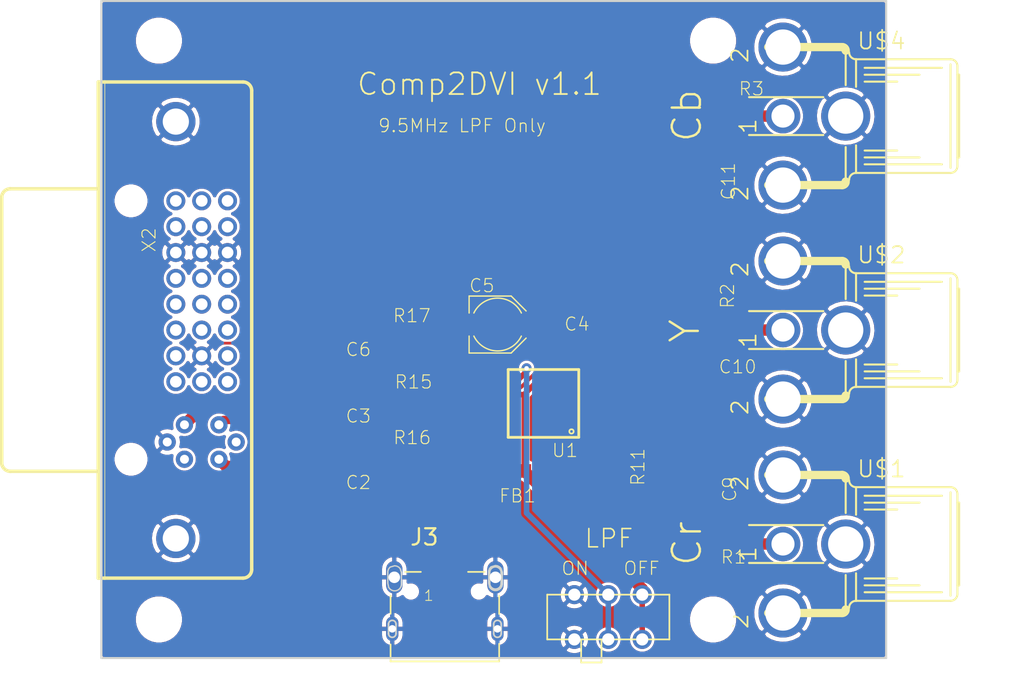
<source format=kicad_pcb>
(kicad_pcb (version 20171130) (host pcbnew "(5.1.0)-1")
  (layers (0 Top signal) (31 Bottom signal) (34 B.Paste user) (35 F.Paste user) (36 B.SilkS user) (37 F.SilkS user) (38 B.Mask user) (39 F.Mask user) (44 Edge.Cuts user))
  (net 0 "")
  (net 1 +5V)
  (net 2 GND)
  (net 3 AGND)
  (net 4 DVI_5V)
  (net 5 "Net-(X2-PadC4)")
  (net 6 /DVI_OUT_B)
  (net 7 /DVI_OUT_G)
  (net 8 /DVI_OUT_R)
  (net 9 "Net-(X2-Pad24)")
  (net 10 "Net-(X2-Pad23)")
  (net 11 "Net-(X2-Pad22)")
  (net 12 "Net-(X2-Pad21)")
  (net 13 "Net-(X2-Pad20)")
  (net 14 "Net-(X2-Pad18)")
  (net 15 "Net-(X2-Pad17)")
  (net 16 "Net-(X2-Pad16)")
  (net 17 "Net-(X2-Pad13)")
  (net 18 "Net-(X2-Pad12)")
  (net 19 "Net-(X2-Pad10)")
  (net 20 "Net-(X2-Pad9)")
  (net 21 "Net-(X2-Pad8)")
  (net 22 "Net-(X2-Pad7)")
  (net 23 "Net-(X2-Pad6)")
  (net 24 "Net-(X2-Pad5)")
  (net 25 "Net-(X2-Pad4)")
  (net 26 "Net-(X2-Pad2)")
  (net 27 "Net-(X2-Pad1)")
  (net 28 /THS_5V)
  (net 29 "Net-(U1-Pad14)")
  (net 30 "Net-(R16-Pad2)")
  (net 31 "Net-(R15-Pad2)")
  (net 32 "Net-(R17-Pad2)")
  (net 33 /THS_FILTER)
  (net 34 "Net-(U1-Pad8)")
  (net 35 "Net-(U1-Pad7)")
  (net 36 /THS_IN_B)
  (net 37 /THS_IN_R)
  (net 38 /THS_IN_G)
  (net 39 "Net-(R11-Pad1)")
  (net 40 "Net-(C3-Pad+)")
  (net 41 "Net-(C2-Pad+)")
  (net 42 "Net-(C6-Pad+)")
  (net 43 /SCART_IN_R)
  (net 44 /SCART_IN_G)
  (net 45 /SCART_IN_B)
  (net 46 "Net-(J3-Pad4)")
  (net 47 "Net-(J3-Pad3)")
  (net 48 "Net-(J3-Pad2)")
  (module "" (layer Top) (at 123.8341 126.3777)
    (fp_text reference @HOLE0 hide)
    (fp_text value "" (at 0 0) (layer F.SilkS) (effects (font (size 1.27 1.27))))
    (pad "" np_thru_hole circle (at 0 0) (size 3 3) (drill 3) (layers *.Cu *.Mask))
  )
  (module "" (layer Top) (at 164.6591 83.7057)
    (fp_text reference @HOLE1 hide)
    (fp_text value "" (at 0 0) (layer F.SilkS) (effects (font (size 1.27 1.27))))
    (pad "" np_thru_hole circle (at 0 0) (size 3 3) (drill 3) (layers *.Cu *.Mask))
  )
  (module "" (layer Top) (at 123.8341 83.7057)
    (fp_text reference @HOLE2 hide)
    (fp_text value "" (at 0 0) (layer F.SilkS) (effects (font (size 1.27 1.27))))
    (pad "" np_thru_hole circle (at 0 0) (size 3 3) (drill 3) (layers *.Cu *.Mask))
  )
  (module "" (layer Top) (at 164.6591 126.3777)
    (fp_text reference @HOLE3 hide)
    (fp_text value "" (at 0 0) (layer F.SilkS) (effects (font (size 1.27 1.27))))
    (pad "" np_thru_hole circle (at 0 0) (size 3 3) (drill 3) (layers *.Cu *.Mask))
  )
  (module "Component to DVI-A Compact:DVI-I-R" (layer Top) (at 121.9037 105.0417 270)
    (fp_text reference X2 (at -7.62 -0.635 90) (layer F.SilkS) (effects (font (size 0.9652 0.9652) (thickness 0.077216)) (justify right top)))
    (fp_text value DVI-I-R)
    (fp_arc (start 9.779 9.017) (end 9.779 9.652) (angle -90) (layer F.SilkS) (width 0.254))
    (fp_arc (start -9.779 9.017) (end -10.414 9.017) (angle -90) (layer F.SilkS) (width 0.254))
    (fp_line (start 10.414 9.017) (end 10.414 2.667) (layer F.SilkS) (width 0.254))
    (fp_line (start -9.779 9.652) (end 9.779 9.652) (layer F.SilkS) (width 0.254))
    (fp_line (start -10.414 2.667) (end -10.414 9.017) (layer F.SilkS) (width 0.254))
    (fp_line (start 17.653 -8.763) (end -17.653 -8.763) (layer F.SilkS) (width 0.254))
    (fp_arc (start 17.653 -8.128) (end 17.653 -8.763) (angle 90) (layer F.SilkS) (width 0.254))
    (fp_line (start 18.288 2.0574) (end 18.288 -8.128) (layer F.SilkS) (width 0.254))
    (fp_line (start 18.288 2.54) (end 18.288 2.0574) (layer F.SilkS) (width 0.254))
    (fp_line (start -18.288 2.54) (end 18.288 2.54) (layer F.SilkS) (width 0.254))
    (fp_line (start -18.288 2.0574) (end -18.288 2.54) (layer F.SilkS) (width 0.254))
    (fp_line (start -18.288 -8.128) (end -18.288 2.0574) (layer F.SilkS) (width 0.254))
    (fp_arc (start -17.653 -8.128) (end -18.288 -8.128) (angle 90) (layer F.SilkS) (width 0.254))
    (fp_line (start -18.288 2.0574) (end 18.288 2.0574) (layer F.SilkS) (width 0.0508))
    (pad GND@2 thru_hole circle (at 15.367 -3.175 270) (size 2.8956 2.8956) (drill 1.9304) (layers *.Cu *.Mask) (net 2 GND))
    (pad GND@1 thru_hole circle (at -15.367 -3.175 270) (size 2.8956 2.8956) (drill 1.9304) (layers *.Cu *.Mask) (net 2 GND))
    (pad "" np_thru_hole circle (at 9.525 0.127 270) (size 2.032 2.032) (drill 2.032) (layers *.Cu *.Mask))
    (pad "" np_thru_hole circle (at -9.525 0.127 270) (size 2.032 2.032) (drill 2.032) (layers *.Cu *.Mask))
    (pad C6 thru_hole circle (at 8.255 -7.62 270) (size 1.27 1.27) (drill 0.6604) (layers *.Cu *.Mask) (net 3 AGND))
    (pad C5 thru_hole circle (at 8.255 -2.54 270) (size 1.27 1.27) (drill 0.6604) (layers *.Cu *.Mask) (net 2 GND))
    (pad C4 thru_hole circle (at 9.525 -3.81 270) (size 1.27 1.27) (drill 0.6604) (layers *.Cu *.Mask) (net 5 "Net-(X2-PadC4)"))
    (pad C3 thru_hole circle (at 6.985 -3.81 270) (size 1.27 1.27) (drill 0.6604) (layers *.Cu *.Mask) (net 6 /DVI_OUT_B))
    (pad C2 thru_hole circle (at 9.525 -6.35 270) (size 1.27 1.27) (drill 0.6604) (layers *.Cu *.Mask) (net 7 /DVI_OUT_G))
    (pad C1 thru_hole circle (at 6.985 -6.35 270) (size 1.27 1.27) (drill 0.6604) (layers *.Cu *.Mask) (net 8 /DVI_OUT_R))
    (pad 24 thru_hole circle (at 3.81 -3.175 270) (size 1.397 1.397) (drill 0.8636) (layers *.Cu *.Mask) (net 9 "Net-(X2-Pad24)"))
    (pad 23 thru_hole circle (at 1.905 -3.175 270) (size 1.397 1.397) (drill 0.8636) (layers *.Cu *.Mask) (net 10 "Net-(X2-Pad23)"))
    (pad 22 thru_hole circle (at 0 -3.175 270) (size 1.397 1.397) (drill 0.8636) (layers *.Cu *.Mask) (net 11 "Net-(X2-Pad22)"))
    (pad 21 thru_hole circle (at -1.905 -3.175 270) (size 1.397 1.397) (drill 0.8636) (layers *.Cu *.Mask) (net 12 "Net-(X2-Pad21)"))
    (pad 20 thru_hole circle (at -3.81 -3.175 270) (size 1.397 1.397) (drill 0.8636) (layers *.Cu *.Mask) (net 13 "Net-(X2-Pad20)"))
    (pad 19 thru_hole circle (at -5.715 -3.175 270) (size 1.397 1.397) (drill 0.8636) (layers *.Cu *.Mask) (net 2 GND))
    (pad 18 thru_hole circle (at -7.62 -3.175 270) (size 1.397 1.397) (drill 0.8636) (layers *.Cu *.Mask) (net 14 "Net-(X2-Pad18)"))
    (pad 17 thru_hole circle (at -9.525 -3.175 270) (size 1.397 1.397) (drill 0.8636) (layers *.Cu *.Mask) (net 15 "Net-(X2-Pad17)"))
    (pad 16 thru_hole circle (at 3.81 -5.08 270) (size 1.397 1.397) (drill 0.8636) (layers *.Cu *.Mask) (net 16 "Net-(X2-Pad16)"))
    (pad 15 thru_hole circle (at 1.905 -5.08 270) (size 1.397 1.397) (drill 0.8636) (layers *.Cu *.Mask) (net 2 GND))
    (pad 14 thru_hole circle (at 0 -5.08 270) (size 1.397 1.397) (drill 0.8636) (layers *.Cu *.Mask) (net 4 DVI_5V))
    (pad 13 thru_hole circle (at -1.905 -5.08 270) (size 1.397 1.397) (drill 0.8636) (layers *.Cu *.Mask) (net 17 "Net-(X2-Pad13)"))
    (pad 12 thru_hole circle (at -3.81 -5.08 270) (size 1.397 1.397) (drill 0.8636) (layers *.Cu *.Mask) (net 18 "Net-(X2-Pad12)"))
    (pad 11 thru_hole circle (at -5.715 -5.08 270) (size 1.397 1.397) (drill 0.8636) (layers *.Cu *.Mask) (net 2 GND))
    (pad 10 thru_hole circle (at -7.62 -5.08 270) (size 1.397 1.397) (drill 0.8636) (layers *.Cu *.Mask) (net 19 "Net-(X2-Pad10)"))
    (pad 9 thru_hole circle (at -9.525 -5.08 270) (size 1.397 1.397) (drill 0.8636) (layers *.Cu *.Mask) (net 20 "Net-(X2-Pad9)"))
    (pad 8 thru_hole circle (at 3.81 -6.985 270) (size 1.397 1.397) (drill 0.8636) (layers *.Cu *.Mask) (net 21 "Net-(X2-Pad8)"))
    (pad 7 thru_hole circle (at 1.905 -6.985 270) (size 1.397 1.397) (drill 0.8636) (layers *.Cu *.Mask) (net 22 "Net-(X2-Pad7)"))
    (pad 6 thru_hole circle (at 0 -6.985 270) (size 1.397 1.397) (drill 0.8636) (layers *.Cu *.Mask) (net 23 "Net-(X2-Pad6)"))
    (pad 5 thru_hole circle (at -1.905 -6.985 270) (size 1.397 1.397) (drill 0.8636) (layers *.Cu *.Mask) (net 24 "Net-(X2-Pad5)"))
    (pad 4 thru_hole circle (at -3.81 -6.985 270) (size 1.397 1.397) (drill 0.8636) (layers *.Cu *.Mask) (net 25 "Net-(X2-Pad4)"))
    (pad 3 thru_hole circle (at -5.715 -6.985 270) (size 1.397 1.397) (drill 0.8636) (layers *.Cu *.Mask) (net 2 GND))
    (pad 2 thru_hole circle (at -7.62 -6.985 270) (size 1.397 1.397) (drill 0.8636) (layers *.Cu *.Mask) (net 26 "Net-(X2-Pad2)"))
    (pad 1 thru_hole circle (at -9.525 -6.985 270) (size 1.397 1.397) (drill 0.8636) (layers *.Cu *.Mask) (net 27 "Net-(X2-Pad1)"))
  )
  (module "Component to DVI-A Compact:L2012C" (layer Top) (at 149.7493 115.4303 180)
    (fp_text reference FB1 (at -1.905 -1.27) (layer F.SilkS) (effects (font (size 0.9652 0.9652) (thickness 0.077216)) (justify right top)))
    (fp_text value FB_330R)
    (pad 2 smd rect (at 1 0 180) (size 1 1) (layers Top F.Paste F.Mask) (net 1 +5V))
    (pad 1 smd rect (at -1 0 180) (size 1 1) (layers Top F.Paste F.Mask) (net 28 /THS_5V))
  )
  (module "Component to DVI-A Compact:SO14W" (layer Top) (at 152.1623 110.4519 90)
    (fp_text reference U1 (at -2.906 2.5999) (layer F.SilkS) (effects (font (size 0.9652 0.9652) (thickness 0.077216)) (justify right top)))
    (fp_text value THS7374)
    (fp_line (start -2.5 2.6) (end -2.5 -2.6) (layer F.SilkS) (width 0.2032))
    (fp_circle (center -2.06375 2.06375) (end -1.905 2.06375) (layer F.SilkS) (width 0.127))
    (fp_line (start 2.5 -2.6) (end -2.5 -2.6) (layer F.SilkS) (width 0.2032))
    (fp_line (start 2.5 2.6) (end 2.5 -2.6) (layer F.SilkS) (width 0.2032))
    (fp_line (start -2.5 2.6) (end 2.5 2.6) (layer F.SilkS) (width 0.2032))
    (pad 14 smd rect (at -1.95 -3.625 90) (size 0.4 1.5) (layers Top F.Paste F.Mask) (net 29 "Net-(U1-Pad14)"))
    (pad 13 smd rect (at -1.3 -3.625 90) (size 0.4 1.5) (layers Top F.Paste F.Mask) (net 30 "Net-(R16-Pad2)"))
    (pad 12 smd rect (at -0.65 -3.625 90) (size 0.4 1.5) (layers Top F.Paste F.Mask) (net 31 "Net-(R15-Pad2)"))
    (pad 11 smd rect (at 0 -3.625 90) (size 0.4 1.5) (layers Top F.Paste F.Mask) (net 32 "Net-(R17-Pad2)"))
    (pad 10 smd rect (at 0.65 -3.625 90) (size 0.4 1.5) (layers Top F.Paste F.Mask) (net 28 /THS_5V))
    (pad 9 smd rect (at 1.3 -3.625 90) (size 0.4 1.5) (layers Top F.Paste F.Mask) (net 33 /THS_FILTER))
    (pad 8 smd rect (at 1.95 -3.625 90) (size 0.4 1.5) (layers Top F.Paste F.Mask) (net 34 "Net-(U1-Pad8)"))
    (pad 7 smd rect (at 1.95 3.625 90) (size 0.4 1.5) (layers Top F.Paste F.Mask) (net 35 "Net-(U1-Pad7)"))
    (pad 6 smd rect (at 1.3 3.625 90) (size 0.4 1.5) (layers Top F.Paste F.Mask) (net 2 GND))
    (pad 5 smd rect (at 0.65 3.625 90) (size 0.4 1.5) (layers Top F.Paste F.Mask) (net 2 GND))
    (pad 4 smd rect (at 0 3.625 90) (size 0.4 1.5) (layers Top F.Paste F.Mask) (net 36 /THS_IN_B))
    (pad 3 smd rect (at -0.65 3.625 90) (size 0.4 1.5) (layers Top F.Paste F.Mask) (net 37 /THS_IN_R))
    (pad 2 smd rect (at -1.3 3.625 90) (size 0.4 1.5) (layers Top F.Paste F.Mask) (net 38 /THS_IN_G))
    (pad 1 smd rect (at -1.95 3.625 90) (size 0.4 1.5) (layers Top F.Paste F.Mask) (net 39 "Net-(R11-Pad1)"))
  )
  (module "Component to DVI-A Compact:R0603" (layer Top) (at 141.7737 110.0709)
    (fp_text reference R15 (at -0.635 -0.635) (layer F.SilkS) (effects (font (size 0.9652 0.9652) (thickness 0.077216)) (justify left bottom)))
    (fp_text value 75R)
    (pad 2 smd rect (at 0.85 0) (size 1 1.1) (layers Top F.Paste F.Mask) (net 31 "Net-(R15-Pad2)"))
    (pad 1 smd rect (at -0.85 0) (size 1 1.1) (layers Top F.Paste F.Mask) (net 40 "Net-(C3-Pad+)"))
  )
  (module "Component to DVI-A Compact:R0603" (layer Top) (at 141.6737 114.1745)
    (fp_text reference R16 (at -0.635 -0.635) (layer F.SilkS) (effects (font (size 0.9652 0.9652) (thickness 0.077216)) (justify left bottom)))
    (fp_text value 75R)
    (pad 2 smd rect (at 0.85 0) (size 1 1.1) (layers Top F.Paste F.Mask) (net 30 "Net-(R16-Pad2)"))
    (pad 1 smd rect (at -0.85 0) (size 1 1.1) (layers Top F.Paste F.Mask) (net 41 "Net-(C2-Pad+)"))
  )
  (module "Component to DVI-A Compact:R0603" (layer Top) (at 141.6499 105.1863)
    (fp_text reference R17 (at -0.635 -0.635) (layer F.SilkS) (effects (font (size 0.9652 0.9652) (thickness 0.077216)) (justify left bottom)))
    (fp_text value 75R)
    (pad 2 smd rect (at 0.85 0) (size 1 1.1) (layers Top F.Paste F.Mask) (net 32 "Net-(R17-Pad2)"))
    (pad 1 smd rect (at -0.85 0) (size 1 1.1) (layers Top F.Paste F.Mask) (net 42 "Net-(C6-Pad+)"))
  )
  (module "Component to DVI-A Compact:C0603" (layer Top) (at 154.2705 105.8037)
    (fp_text reference C4 (at -0.635 -0.635) (layer F.SilkS) (effects (font (size 0.9652 0.9652) (thickness 0.077216)) (justify left bottom)))
    (fp_text value 100nF)
    (pad 2 smd rect (at 0.85 0) (size 1.1 1) (layers Top F.Paste F.Mask) (net 2 GND))
    (pad 1 smd rect (at -0.85 0) (size 1.1 1) (layers Top F.Paste F.Mask) (net 28 /THS_5V))
  )
  (module "Component to DVI-A Compact:PANASONIC_B" (layer Top) (at 148.7841 104.6353)
    (fp_text reference C5 (at -2.15 -2.3) (layer F.SilkS) (effects (font (size 0.9652 0.9652) (thickness 0.077216)) (justify left bottom)))
    (fp_text value "100uF 6.3V")
    (fp_line (start -2.1 2.1) (end -2.1 0.85) (layer F.SilkS) (width 0.1016))
    (fp_line (start 1 2.1) (end -2.1 2.1) (layer F.SilkS) (width 0.1016))
    (fp_line (start 2.1 1) (end 1 2.1) (layer F.SilkS) (width 0.1016))
    (fp_line (start 1 -2.1) (end 2.1 -1) (layer F.SilkS) (width 0.1016))
    (fp_line (start -2.1 -2.1) (end 1 -2.1) (layer F.SilkS) (width 0.1016))
    (fp_line (start -2.1 -0.85) (end -2.1 -2.1) (layer F.SilkS) (width 0.1016))
    (fp_arc (start 0 0) (end -1.75 0.85) (angle -128.186984) (layer F.SilkS) (width 0.1016))
    (fp_arc (start 0 0) (end -1.75 -0.85) (angle 128.186984) (layer F.SilkS) (width 0.1016))
    (pad + smd rect (at 1.6 0) (size 2.2 1.4) (layers Top F.Paste F.Mask) (net 28 /THS_5V))
    (pad - smd rect (at -1.6 0) (size 2.2 1.4) (layers Top F.Paste F.Mask) (net 2 GND))
  )
  (module "Component to DVI-A Compact:R0603" (layer Top) (at 165.8021 121.7041 90)
    (fp_text reference R1 (at -0.635 -0.635) (layer F.SilkS) (effects (font (size 0.9652 0.9652) (thickness 0.077216)) (justify left bottom)))
    (fp_text value 75R)
    (pad 2 smd rect (at 0.85 0 90) (size 1 1.1) (layers Top F.Paste F.Mask) (net 43 /SCART_IN_R))
    (pad 1 smd rect (at -0.85 0 90) (size 1 1.1) (layers Top F.Paste F.Mask) (net 2 GND))
  )
  (module "Component to DVI-A Compact:R0603" (layer Top) (at 165.6497 104.1527 270)
    (fp_text reference R2 (at -0.635 -0.635 90) (layer F.SilkS) (effects (font (size 0.9652 0.9652) (thickness 0.077216)) (justify left bottom)))
    (fp_text value 75R)
    (pad 2 smd rect (at 0.85 0 270) (size 1 1.1) (layers Top F.Paste F.Mask) (net 44 /SCART_IN_G))
    (pad 1 smd rect (at -0.85 0 270) (size 1 1.1) (layers Top F.Paste F.Mask) (net 2 GND))
  )
  (module "Component to DVI-A Compact:R0603" (layer Top) (at 165.8529 88.4555 270)
    (fp_text reference R3 (at -0.635 -0.635) (layer F.SilkS) (effects (font (size 0.9652 0.9652) (thickness 0.077216)) (justify left bottom)))
    (fp_text value 75R)
    (pad 2 smd rect (at 0.85 0 270) (size 1 1.1) (layers Top F.Paste F.Mask) (net 45 /SCART_IN_B))
    (pad 1 smd rect (at -0.85 0 270) (size 1 1.1) (layers Top F.Paste F.Mask) (net 2 GND))
  )
  (module "Component to DVI-A Compact:C0603" (layer Top) (at 165.8021 118.4021 270)
    (fp_text reference C9 (at -0.635 -0.635 90) (layer F.SilkS) (effects (font (size 0.9652 0.9652) (thickness 0.077216)) (justify left bottom)))
    (fp_text value 100nF)
    (pad 2 smd rect (at 0.85 0 270) (size 1.1 1) (layers Top F.Paste F.Mask) (net 43 /SCART_IN_R))
    (pad 1 smd rect (at -0.85 0 270) (size 1.1 1) (layers Top F.Paste F.Mask) (net 37 /THS_IN_R))
  )
  (module "Component to DVI-A Compact:C0603" (layer Top) (at 165.6497 107.6833 90)
    (fp_text reference C10 (at -0.635 -0.635) (layer F.SilkS) (effects (font (size 0.9652 0.9652) (thickness 0.077216)) (justify left bottom)))
    (fp_text value 100nF)
    (pad 2 smd rect (at 0.85 0 90) (size 1.1 1) (layers Top F.Paste F.Mask) (net 44 /SCART_IN_G))
    (pad 1 smd rect (at -0.85 0 90) (size 1.1 1) (layers Top F.Paste F.Mask) (net 38 /THS_IN_G))
  )
  (module "Component to DVI-A Compact:C0603" (layer Top) (at 165.8529 91.9861 90)
    (fp_text reference C11 (at -0.635 -0.635 90) (layer F.SilkS) (effects (font (size 0.9652 0.9652) (thickness 0.077216)) (justify right top)))
    (fp_text value 100nF)
    (pad 2 smd rect (at 0.85 0 90) (size 1.1 1) (layers Top F.Paste F.Mask) (net 45 /SCART_IN_B))
    (pad 1 smd rect (at -0.85 0 90) (size 1.1 1) (layers Top F.Paste F.Mask) (net 36 /THS_IN_B))
  )
  (module "Component to DVI-A Compact:629105150521" (layer Top) (at 144.8979 124.3203)
    (fp_text reference J3 (at -2.6516 -3.3056) (layer F.SilkS) (effects (font (size 1.2065 1.2065) (thickness 0.1651)) (justify left bottom)))
    (fp_text value 629105150521)
    (fp_poly (pts (xy 3.73 -1.92) (xy 3.884508 -1.895528) (xy 4.023893 -1.824508) (xy 4.134508 -1.713893) (xy 4.23 -1.42) (xy 4.23 -0.52) (xy 4.190077 -0.367939) (xy 4.105119 -0.235657) (xy 3.983442 -0.136102) (xy 3.836956 -0.079021) (xy 3.68 -0.07) (xy 3.527939 -0.109923) (xy 3.395657 -0.194881) (xy 3.296102 -0.316558) (xy 3.23 -0.62) (xy 3.23 -1.52) (xy 3.283388 -1.688402) (xy 3.397157 -1.823553)) (layer Edge.Cuts) (width 0))
    (fp_poly (pts (xy -3.7 -1.9) (xy -3.545492 -1.875528) (xy -3.406107 -1.804508) (xy -3.295492 -1.693893) (xy -3.2 -1.4) (xy -3.2 -0.5) (xy -3.239923 -0.347939) (xy -3.324881 -0.215657) (xy -3.446558 -0.116102) (xy -3.593044 -0.059021) (xy -3.75 -0.05) (xy -3.902061 -0.089923) (xy -4.034343 -0.174881) (xy -4.133898 -0.296558) (xy -4.2 -0.6) (xy -4.2 -1.5) (xy -4.146612 -1.668402) (xy -4.032843 -1.803553)) (layer Edge.Cuts) (width 0))
    (fp_line (start 4 3.85) (end 4 5.15) (layer F.SilkS) (width 0.127))
    (fp_line (start -4 3.9) (end -4 5.15) (layer F.SilkS) (width 0.127))
    (fp_line (start 4 0.32) (end 4 1.65) (layer F.SilkS) (width 0.127))
    (fp_line (start -4 0.31) (end -4 1.64) (layer F.SilkS) (width 0.127))
    (fp_line (start 1.71 -1.45) (end 2.93 -1.45) (layer F.SilkS) (width 0.127))
    (fp_line (start -2.92 -1.45) (end -1.77 -1.45) (layer F.SilkS) (width 0.127))
    (fp_text user 1 (at -1.6 0.75) (layer F.SilkS) (effects (font (size 0.77216 0.77216) (thickness 0.065024)) (justify left bottom)))
    (fp_arc (start 3.875 3.1) (end 3.6 3.1) (angle -180) (layer Edge.Cuts) (width 0.127))
    (fp_arc (start 3.875 2.4) (end 3.6 2.4) (angle 180) (layer Edge.Cuts) (width 0.127))
    (fp_line (start 4.15 2.4) (end 4.15 3.1) (layer Edge.Cuts) (width 0.127))
    (fp_line (start 3.6 2.4) (end 3.6 3.1) (layer Edge.Cuts) (width 0.127))
    (fp_arc (start -3.875 3.1) (end -4.15 3.1) (angle -180) (layer Edge.Cuts) (width 0.127))
    (fp_arc (start -3.875 2.4) (end -4.15 2.4) (angle 180) (layer Edge.Cuts) (width 0.127))
    (fp_line (start -3.6 2.4) (end -3.6 3.1) (layer Edge.Cuts) (width 0.127))
    (fp_line (start -4.15 2.4) (end -4.15 3.1) (layer Edge.Cuts) (width 0.127))
    (fp_arc (start 3.725 -0.6) (end 3.3 -0.6) (angle -180) (layer Edge.Cuts) (width 0.127))
    (fp_arc (start 3.725 -1.4) (end 3.3 -1.4) (angle 180) (layer Edge.Cuts) (width 0.127))
    (fp_line (start 4.15 -1.4) (end 4.15 -0.6) (layer Edge.Cuts) (width 0.127))
    (fp_line (start 3.3 -1.4) (end 3.3 -0.6) (layer Edge.Cuts) (width 0.127))
    (fp_line (start -4 5.15) (end 4 5.15) (layer F.SilkS) (width 0.127))
    (pad "" np_thru_hole circle (at 2.5 0) (size 0.8 0.8) (drill 0.8) (layers *.Cu *.Mask))
    (pad "" np_thru_hole circle (at -2.5 0) (size 0.8 0.8) (drill 0.8) (layers *.Cu *.Mask))
    (pad SHELL3 thru_hole oval (at 3.875 2.75 90) (size 1.8 0.9) (drill 0.55) (layers *.Cu *.Mask) (net 2 GND))
    (pad SHELL2 thru_hole oval (at -3.875 2.75 90) (size 1.8 0.9) (drill 0.55) (layers *.Cu *.Mask) (net 2 GND))
    (pad SHELL1 thru_hole oval (at 3.725 -1.05 90) (size 2.4 1.2) (drill 0.85) (layers *.Cu *.Mask) (net 2 GND))
    (pad SHELL thru_hole oval (at -3.725 -1.05 90) (size 2.4 1.2) (drill 0.85) (layers *.Cu *.Mask) (net 2 GND))
    (pad 5 smd rect (at 1.3 -1.05) (size 0.45 1.3) (layers Top F.Paste F.Mask) (net 2 GND))
    (pad 4 smd rect (at 0.65 -1.05) (size 0.45 1.3) (layers Top F.Paste F.Mask) (net 46 "Net-(J3-Pad4)"))
    (pad 3 smd rect (at 0 -1.05) (size 0.45 1.3) (layers Top F.Paste F.Mask) (net 47 "Net-(J3-Pad3)"))
    (pad 2 smd rect (at -0.65 -1.05) (size 0.45 1.3) (layers Top F.Paste F.Mask) (net 48 "Net-(J3-Pad2)"))
    (pad 1 smd rect (at -1.3 -1.05) (size 0.45 1.3) (layers Top F.Paste F.Mask) (net 1 +5V))
  )
  (module "Component to DVI-A Compact:JS202011" (layer Top) (at 156.9375 126.1491)
    (fp_text reference U$3 hide)
    (fp_text value JS202011 hide)
    (fp_line (start -0.5 3.4) (end -0.5 1.7) (layer F.SilkS) (width 0.127))
    (fp_line (start -2 3.4) (end -0.5 3.4) (layer F.SilkS) (width 0.127))
    (fp_line (start -2 1.7) (end -2 3.4) (layer F.SilkS) (width 0.127))
    (fp_line (start -4.5 1.7) (end -4.5 -1.6) (layer F.SilkS) (width 0.127))
    (fp_line (start -2 1.7) (end -4.5 1.7) (layer F.SilkS) (width 0.127))
    (fp_line (start -0.5 1.7) (end -2 1.7) (layer F.SilkS) (width 0.127))
    (fp_line (start 4.5 1.7) (end -0.5 1.7) (layer F.SilkS) (width 0.127))
    (fp_line (start 4.5 -1.6) (end 4.5 1.7) (layer F.SilkS) (width 0.127))
    (fp_line (start -4.5 -1.6) (end 4.5 -1.6) (layer F.SilkS) (width 0.127))
    (pad 4 thru_hole circle (at -2.5 -1.6) (size 1.408 1.408) (drill 0.9) (layers *.Cu *.Mask) (net 2 GND))
    (pad 5 thru_hole circle (at 0 -1.6) (size 1.408 1.408) (drill 0.9) (layers *.Cu *.Mask) (net 33 /THS_FILTER))
    (pad 6 thru_hole circle (at 2.5 -1.6) (size 1.408 1.408) (drill 0.9) (layers *.Cu *.Mask) (net 28 /THS_5V))
    (pad 3 thru_hole circle (at 2.5 1.7) (size 1.408 1.408) (drill 0.9) (layers *.Cu *.Mask) (net 28 /THS_5V))
    (pad 2 thru_hole circle (at 0 1.7) (size 1.408 1.408) (drill 0.9) (layers *.Cu *.Mask) (net 33 /THS_FILTER))
    (pad 1 thru_hole circle (at -2.5 1.7) (size 1.408 1.408) (drill 0.9) (layers *.Cu *.Mask) (net 2 GND))
  )
  (module "Component to DVI-A Compact:R0603" (layer Top) (at 159.1871 114.3167)
    (fp_text reference R11 (at -0.635 -0.635 90) (layer F.SilkS) (effects (font (size 0.9652 0.9652) (thickness 0.077216)) (justify right top)))
    (fp_text value 75R)
    (pad 2 smd rect (at 0.85 0) (size 1 1.1) (layers Top F.Paste F.Mask) (net 2 GND))
    (pad 1 smd rect (at -0.85 0) (size 1 1.1) (layers Top F.Paste F.Mask) (net 39 "Net-(R11-Pad1)"))
  )
  (module "Component to DVI-A Compact:CIU_RCJ-01X" (layer Top) (at 174.3873 120.8151 270)
    (fp_text reference U$1 (at -4.826 -0.802) (layer F.SilkS) (effects (font (size 1.2065 1.2065) (thickness 0.127)) (justify left bottom)))
    (fp_text value CIU_RCJ-01X)
    (fp_text user "2 " (at -3.826 7.04 270) (layer F.SilkS) (effects (font (size 1.2065 1.2065) (thickness 0.127)) (justify left bottom)))
    (fp_text user 2 (at 6.35 7.04 270) (layer F.SilkS) (effects (font (size 1.2065 1.2065) (thickness 0.127)) (justify left bottom)))
    (fp_text user 1 (at 1.405 6.445 270) (layer F.SilkS) (effects (font (size 1.2065 1.2065) (thickness 0.127)) (justify left bottom)))
    (fp_line (start 3.048 -8.271) (end 3.683 -8.271) (layer F.SilkS) (width 0.1524))
    (fp_line (start 3.048 -8.398) (end 3.048 -8.271) (layer F.SilkS) (width 0.1524))
    (fp_line (start -3.048 -8.398) (end 3.048 -8.398) (layer F.SilkS) (width 0.1524))
    (fp_line (start -3.048 -8.271) (end 3.048 -8.271) (layer F.SilkS) (width 0.1524))
    (fp_line (start -3.048 -8.271) (end -3.048 -8.398) (layer F.SilkS) (width 0.1524))
    (fp_line (start 2.54 -1.437) (end 2.54 -3.834) (layer F.SilkS) (width 0.1524))
    (fp_line (start 3.048 -1.437) (end 3.048 -5.477) (layer F.SilkS) (width 0.1524))
    (fp_line (start 3.556 -1.437) (end 3.556 -7.128) (layer F.SilkS) (width 0.1524))
    (fp_line (start -2.54 -1.437) (end -2.54 -3.834) (layer F.SilkS) (width 0.1524))
    (fp_line (start -3.048 -1.437) (end -3.048 -5.477) (layer F.SilkS) (width 0.1524))
    (fp_line (start -3.556 -1.437) (end -3.556 -7.128) (layer F.SilkS) (width 0.1524))
    (fp_line (start -3.81 -7.763) (end 3.81 -7.763) (layer F.SilkS) (width 0.1524))
    (fp_line (start -2.159 -0.802) (end -4.191 -0.802) (layer F.SilkS) (width 0.1524))
    (fp_line (start 4.191 -0.802) (end 2.159 -0.802) (layer F.SilkS) (width 0.1524))
    (fp_line (start -3.683 -8.271) (end -3.048 -8.271) (layer F.SilkS) (width 0.1524))
    (fp_line (start 4.191 -7.763) (end 4.191 -0.802) (layer F.SilkS) (width 0.1524))
    (fp_line (start -4.191 -0.802) (end -4.191 -7.763) (layer F.SilkS) (width 0.1524))
    (fp_arc (start 4.699 -0.802) (end 4.191 -0.802) (angle -90) (layer F.SilkS) (width 0.1524))
    (fp_arc (start 3.683 -7.763) (end 3.683 -8.271) (angle 90) (layer F.SilkS) (width 0.1524))
    (fp_arc (start -3.683 -7.763) (end -4.191 -7.763) (angle 90) (layer F.SilkS) (width 0.1524))
    (fp_arc (start -4.699 -0.802) (end -4.699 -0.294) (angle -90) (layer F.SilkS) (width 0.1524))
    (fp_line (start -4.826 -0.04) (end -2.286 -0.04) (layer F.SilkS) (width 0.1524))
    (fp_arc (start -4.826 0.222) (end -5.088 0.222) (angle 90) (layer F.SilkS) (width 0.6096))
    (fp_line (start 5.088 0.222) (end 5.088 5.667) (layer F.SilkS) (width 0.6096))
    (fp_arc (start 4.826 0.222) (end 4.826 -0.04) (angle 90) (layer F.SilkS) (width 0.6096))
    (fp_line (start 1.397 7.08) (end 1.397 1.611) (layer F.SilkS) (width 0.1524))
    (fp_line (start -1.397 7.08) (end -1.397 1.611) (layer F.SilkS) (width 0.1524))
    (fp_line (start -5.088 5.667) (end -5.088 0.222) (layer F.SilkS) (width 0.6096))
    (fp_line (start 2.286 -0.04) (end 4.826 -0.04) (layer F.SilkS) (width 0.1524))
    (pad 2@2 thru_hole circle (at 0 -0.04 270) (size 3.616 3.616) (drill 2.6) (layers *.Cu *.Mask) (net 2 GND))
    (pad 2@1 thru_hole circle (at -5.088 4.58 270) (size 3.616 3.616) (drill 2.6) (layers *.Cu *.Mask) (net 2 GND))
    (pad 2@3 thru_hole circle (at 5.088 4.58 270) (size 3.616 3.616) (drill 2.6) (layers *.Cu *.Mask) (net 2 GND))
    (pad 1 thru_hole circle (at 0 4.58 270) (size 2.55 2.55) (drill 1.7) (layers *.Cu *.Mask) (net 43 /SCART_IN_R))
  )
  (module "Component to DVI-A Compact:CIU_RCJ-01X" (layer Top) (at 174.3873 105.0417 270)
    (fp_text reference U$2 (at -4.826 -0.802) (layer F.SilkS) (effects (font (size 1.2065 1.2065) (thickness 0.127)) (justify left bottom)))
    (fp_text value CIU_RCJ-01X)
    (fp_text user "2 " (at -3.826 7.04 270) (layer F.SilkS) (effects (font (size 1.2065 1.2065) (thickness 0.127)) (justify left bottom)))
    (fp_text user 2 (at 6.35 7.04 270) (layer F.SilkS) (effects (font (size 1.2065 1.2065) (thickness 0.127)) (justify left bottom)))
    (fp_text user 1 (at 1.405 6.445 270) (layer F.SilkS) (effects (font (size 1.2065 1.2065) (thickness 0.127)) (justify left bottom)))
    (fp_line (start 3.048 -8.271) (end 3.683 -8.271) (layer F.SilkS) (width 0.1524))
    (fp_line (start 3.048 -8.398) (end 3.048 -8.271) (layer F.SilkS) (width 0.1524))
    (fp_line (start -3.048 -8.398) (end 3.048 -8.398) (layer F.SilkS) (width 0.1524))
    (fp_line (start -3.048 -8.271) (end 3.048 -8.271) (layer F.SilkS) (width 0.1524))
    (fp_line (start -3.048 -8.271) (end -3.048 -8.398) (layer F.SilkS) (width 0.1524))
    (fp_line (start 2.54 -1.437) (end 2.54 -3.834) (layer F.SilkS) (width 0.1524))
    (fp_line (start 3.048 -1.437) (end 3.048 -5.477) (layer F.SilkS) (width 0.1524))
    (fp_line (start 3.556 -1.437) (end 3.556 -7.128) (layer F.SilkS) (width 0.1524))
    (fp_line (start -2.54 -1.437) (end -2.54 -3.834) (layer F.SilkS) (width 0.1524))
    (fp_line (start -3.048 -1.437) (end -3.048 -5.477) (layer F.SilkS) (width 0.1524))
    (fp_line (start -3.556 -1.437) (end -3.556 -7.128) (layer F.SilkS) (width 0.1524))
    (fp_line (start -3.81 -7.763) (end 3.81 -7.763) (layer F.SilkS) (width 0.1524))
    (fp_line (start -2.159 -0.802) (end -4.191 -0.802) (layer F.SilkS) (width 0.1524))
    (fp_line (start 4.191 -0.802) (end 2.159 -0.802) (layer F.SilkS) (width 0.1524))
    (fp_line (start -3.683 -8.271) (end -3.048 -8.271) (layer F.SilkS) (width 0.1524))
    (fp_line (start 4.191 -7.763) (end 4.191 -0.802) (layer F.SilkS) (width 0.1524))
    (fp_line (start -4.191 -0.802) (end -4.191 -7.763) (layer F.SilkS) (width 0.1524))
    (fp_arc (start 4.699 -0.802) (end 4.191 -0.802) (angle -90) (layer F.SilkS) (width 0.1524))
    (fp_arc (start 3.683 -7.763) (end 3.683 -8.271) (angle 90) (layer F.SilkS) (width 0.1524))
    (fp_arc (start -3.683 -7.763) (end -4.191 -7.763) (angle 90) (layer F.SilkS) (width 0.1524))
    (fp_arc (start -4.699 -0.802) (end -4.699 -0.294) (angle -90) (layer F.SilkS) (width 0.1524))
    (fp_line (start -4.826 -0.04) (end -2.286 -0.04) (layer F.SilkS) (width 0.1524))
    (fp_arc (start -4.826 0.222) (end -5.088 0.222) (angle 90) (layer F.SilkS) (width 0.6096))
    (fp_line (start 5.088 0.222) (end 5.088 5.667) (layer F.SilkS) (width 0.6096))
    (fp_arc (start 4.826 0.222) (end 4.826 -0.04) (angle 90) (layer F.SilkS) (width 0.6096))
    (fp_line (start 1.397 7.08) (end 1.397 1.611) (layer F.SilkS) (width 0.1524))
    (fp_line (start -1.397 7.08) (end -1.397 1.611) (layer F.SilkS) (width 0.1524))
    (fp_line (start -5.088 5.667) (end -5.088 0.222) (layer F.SilkS) (width 0.6096))
    (fp_line (start 2.286 -0.04) (end 4.826 -0.04) (layer F.SilkS) (width 0.1524))
    (pad 2@2 thru_hole circle (at 0 -0.04 270) (size 3.616 3.616) (drill 2.6) (layers *.Cu *.Mask) (net 2 GND))
    (pad 2@1 thru_hole circle (at -5.088 4.58 270) (size 3.616 3.616) (drill 2.6) (layers *.Cu *.Mask) (net 2 GND))
    (pad 2@3 thru_hole circle (at 5.088 4.58 270) (size 3.616 3.616) (drill 2.6) (layers *.Cu *.Mask) (net 2 GND))
    (pad 1 thru_hole circle (at 0 4.58 270) (size 2.55 2.55) (drill 1.7) (layers *.Cu *.Mask) (net 44 /SCART_IN_G))
  )
  (module "Component to DVI-A Compact:CIU_RCJ-01X" (layer Top) (at 174.3873 89.2683 270)
    (fp_text reference U$4 (at -4.826 -0.802) (layer F.SilkS) (effects (font (size 1.2065 1.2065) (thickness 0.127)) (justify left bottom)))
    (fp_text value CIU_RCJ-01X)
    (fp_text user "2 " (at -3.826 7.04 270) (layer F.SilkS) (effects (font (size 1.2065 1.2065) (thickness 0.127)) (justify left bottom)))
    (fp_text user 2 (at 6.35 7.04 270) (layer F.SilkS) (effects (font (size 1.2065 1.2065) (thickness 0.127)) (justify left bottom)))
    (fp_text user 1 (at 1.405 6.445 270) (layer F.SilkS) (effects (font (size 1.2065 1.2065) (thickness 0.127)) (justify left bottom)))
    (fp_line (start 3.048 -8.271) (end 3.683 -8.271) (layer F.SilkS) (width 0.1524))
    (fp_line (start 3.048 -8.398) (end 3.048 -8.271) (layer F.SilkS) (width 0.1524))
    (fp_line (start -3.048 -8.398) (end 3.048 -8.398) (layer F.SilkS) (width 0.1524))
    (fp_line (start -3.048 -8.271) (end 3.048 -8.271) (layer F.SilkS) (width 0.1524))
    (fp_line (start -3.048 -8.271) (end -3.048 -8.398) (layer F.SilkS) (width 0.1524))
    (fp_line (start 2.54 -1.437) (end 2.54 -3.834) (layer F.SilkS) (width 0.1524))
    (fp_line (start 3.048 -1.437) (end 3.048 -5.477) (layer F.SilkS) (width 0.1524))
    (fp_line (start 3.556 -1.437) (end 3.556 -7.128) (layer F.SilkS) (width 0.1524))
    (fp_line (start -2.54 -1.437) (end -2.54 -3.834) (layer F.SilkS) (width 0.1524))
    (fp_line (start -3.048 -1.437) (end -3.048 -5.477) (layer F.SilkS) (width 0.1524))
    (fp_line (start -3.556 -1.437) (end -3.556 -7.128) (layer F.SilkS) (width 0.1524))
    (fp_line (start -3.81 -7.763) (end 3.81 -7.763) (layer F.SilkS) (width 0.1524))
    (fp_line (start -2.159 -0.802) (end -4.191 -0.802) (layer F.SilkS) (width 0.1524))
    (fp_line (start 4.191 -0.802) (end 2.159 -0.802) (layer F.SilkS) (width 0.1524))
    (fp_line (start -3.683 -8.271) (end -3.048 -8.271) (layer F.SilkS) (width 0.1524))
    (fp_line (start 4.191 -7.763) (end 4.191 -0.802) (layer F.SilkS) (width 0.1524))
    (fp_line (start -4.191 -0.802) (end -4.191 -7.763) (layer F.SilkS) (width 0.1524))
    (fp_arc (start 4.699 -0.802) (end 4.191 -0.802) (angle -90) (layer F.SilkS) (width 0.1524))
    (fp_arc (start 3.683 -7.763) (end 3.683 -8.271) (angle 90) (layer F.SilkS) (width 0.1524))
    (fp_arc (start -3.683 -7.763) (end -4.191 -7.763) (angle 90) (layer F.SilkS) (width 0.1524))
    (fp_arc (start -4.699 -0.802) (end -4.699 -0.294) (angle -90) (layer F.SilkS) (width 0.1524))
    (fp_line (start -4.826 -0.04) (end -2.286 -0.04) (layer F.SilkS) (width 0.1524))
    (fp_arc (start -4.826 0.222) (end -5.088 0.222) (angle 90) (layer F.SilkS) (width 0.6096))
    (fp_line (start 5.088 0.222) (end 5.088 5.667) (layer F.SilkS) (width 0.6096))
    (fp_arc (start 4.826 0.222) (end 4.826 -0.04) (angle 90) (layer F.SilkS) (width 0.6096))
    (fp_line (start 1.397 7.08) (end 1.397 1.611) (layer F.SilkS) (width 0.1524))
    (fp_line (start -1.397 7.08) (end -1.397 1.611) (layer F.SilkS) (width 0.1524))
    (fp_line (start -5.088 5.667) (end -5.088 0.222) (layer F.SilkS) (width 0.6096))
    (fp_line (start 2.286 -0.04) (end 4.826 -0.04) (layer F.SilkS) (width 0.1524))
    (pad 2@2 thru_hole circle (at 0 -0.04 270) (size 3.616 3.616) (drill 2.6) (layers *.Cu *.Mask) (net 2 GND))
    (pad 2@1 thru_hole circle (at -5.088 4.58 270) (size 3.616 3.616) (drill 2.6) (layers *.Cu *.Mask) (net 2 GND))
    (pad 2@3 thru_hole circle (at 5.088 4.58 270) (size 3.616 3.616) (drill 2.6) (layers *.Cu *.Mask) (net 2 GND))
    (pad 1 thru_hole circle (at 0 4.58 270) (size 2.55 2.55) (drill 1.7) (layers *.Cu *.Mask) (net 45 /SCART_IN_B))
  )
  (module "Component to DVI-A Compact:SMC_C" (layer Top) (at 135.6291 114.9417 180)
    (fp_text reference C2 (at -1.905 -1.905) (layer F.SilkS) (effects (font (size 0.9652 0.9652) (thickness 0.077216)) (justify left bottom)))
    (fp_text value 220uF)
    (pad - smd rect (at 2.5 0) (size 2.4 2.4) (layers Top F.Paste F.Mask) (net 7 /DVI_OUT_G))
    (pad + smd rect (at -2.5 0 180) (size 2.4 2.4) (layers Top F.Paste F.Mask) (net 41 "Net-(C2-Pad+)"))
  )
  (module "Component to DVI-A Compact:SMC_C" (layer Top) (at 135.6291 110.0417 180)
    (fp_text reference C3 (at -1.905 -1.905) (layer F.SilkS) (effects (font (size 0.9652 0.9652) (thickness 0.077216)) (justify left bottom)))
    (fp_text value 220uF)
    (pad - smd rect (at 2.5 0) (size 2.4 2.4) (layers Top F.Paste F.Mask) (net 8 /DVI_OUT_R))
    (pad + smd rect (at -2.5 0 180) (size 2.4 2.4) (layers Top F.Paste F.Mask) (net 40 "Net-(C3-Pad+)"))
  )
  (module "Component to DVI-A Compact:SMC_C" (layer Top) (at 135.6291 105.1369 180)
    (fp_text reference C6 (at -1.905 -1.905) (layer F.SilkS) (effects (font (size 0.9652 0.9652) (thickness 0.077216)) (justify left bottom)))
    (fp_text value 220uF)
    (pad - smd rect (at 2.5 0) (size 2.4 2.4) (layers Top F.Paste F.Mask) (net 6 /DVI_OUT_B))
    (pad + smd rect (at -2.5 0 180) (size 2.4 2.4) (layers Top F.Paste F.Mask) (net 42 "Net-(C6-Pad+)"))
  )
  (gr_line (start 119.5923 129.2225) (end 119.5923 80.7847) (layer Edge.Cuts) (width 0.15))
  (gr_line (start 119.5923 80.7847) (end 177.4099 80.7847) (layer Edge.Cuts) (width 0.15))
  (gr_line (start 177.4099 80.7847) (end 177.4099 129.2225) (layer Edge.Cuts) (width 0.15))
  (gr_line (start 177.4099 129.2225) (end 119.5923 129.2225) (layer Edge.Cuts) (width 0.15))
  (gr_text "Comp2DVI v1.1" (at 138.3291 87.8417) (layer F.SilkS) (effects (font (size 1.59258 1.59258) (thickness 0.134112)) (justify left bottom)))
  (gr_text "9.5MHz LPF Only" (at 139.9291 90.5417) (layer F.SilkS) (effects (font (size 0.9652 0.9652) (thickness 0.08128)) (justify left bottom)))
  (gr_text Cb (at 163.9479 91.3257 90) (layer F.SilkS) (effects (font (size 2.07518 2.07518) (thickness 0.174752)) (justify left bottom)))
  (gr_text Y (at 163.7955 106.1085 90) (layer F.SilkS) (effects (font (size 2.07518 2.07518) (thickness 0.174752)) (justify left bottom)))
  (gr_text Cr (at 163.9479 122.5677 90) (layer F.SilkS) (effects (font (size 2.07518 2.07518) (thickness 0.174752)) (justify left bottom)))
  (gr_text LPF (at 155.1087 121.1961) (layer F.SilkS) (effects (font (size 1.35128 1.35128) (thickness 0.113792)) (justify left bottom)))
  (gr_text ON (at 153.4323 123.1773) (layer F.SilkS) (effects (font (size 0.9652 0.9652) (thickness 0.08128)) (justify left bottom)))
  (gr_text OFF (at 158.0043 123.1773) (layer F.SilkS) (effects (font (size 0.9652 0.9652) (thickness 0.08128)) (justify left bottom)))
  (segment (start 143.5979 123.2703) (end 143.5979 120.9721) (width 0.4064) (layer Top) (net 1))
  (segment (start 143.5979 120.9721) (end 143.6025 120.9675) (width 0.4064) (layer Top) (net 1))
  (segment (start 143.5979 120.9721) (end 143.5979 120.5817) (width 0.8382) (layer Top) (net 1))
  (segment (start 143.5979 120.5817) (end 148.7493 115.4303) (width 0.8382) (layer Top) (net 1))
  (segment (start 127.9235 106.0069) (end 130.0825 106.0069) (width 0.2032) (layer Top) (net 2))
  (segment (start 127.9235 106.0069) (end 126.9837 106.9467) (width 0.2032) (layer Top) (net 2))
  (segment (start 154.1181 111.2901) (end 154.1181 113.2713) (width 0.4064) (layer Top) (net 37))
  (segment (start 154.1181 111.2901) (end 154.3063 111.1019) (width 0.4064) (layer Top) (net 37))
  (segment (start 155.7873 111.1019) (end 154.3063 111.1019) (width 0.3048) (layer Top) (net 37))
  (segment (start 158.3989 117.5521) (end 154.1181 113.2713) (width 0.8382) (layer Top) (net 37))
  (segment (start 165.8021 117.5521) (end 158.3989 117.5521) (width 0.8382) (layer Top) (net 37))
  (segment (start 155.7919 111.7473) (end 155.7873 111.7519) (width 0.254) (layer Top) (net 38))
  (segment (start 155.7873 111.7519) (end 157.1707 111.7519) (width 0.3048) (layer Top) (net 38))
  (segment (start 157.1707 111.7519) (end 157.6233 112.2045) (width 0.3048) (layer Top) (net 38))
  (segment (start 163.2757 108.5333) (end 159.6045 112.2045) (width 0.8382) (layer Top) (net 38))
  (segment (start 159.6045 112.2045) (end 157.6233 112.2045) (width 0.8382) (layer Top) (net 38))
  (segment (start 163.2757 108.5333) (end 165.6497 108.5333) (width 0.8382) (layer Top) (net 38))
  (segment (start 157.3947 110.4519) (end 155.7873 110.4519) (width 0.3048) (layer Top) (net 36))
  (segment (start 159.9855 107.8611) (end 157.3947 110.4519) (width 0.8382) (layer Top) (net 36))
  (segment (start 159.9855 98.7035) (end 159.9855 107.8611) (width 0.8382) (layer Top) (net 36))
  (segment (start 159.9855 98.7035) (end 165.8529 92.8361) (width 0.8382) (layer Top) (net 36))
  (segment (start 148.5373 109.8019) (end 150.7295 109.8019) (width 0.4064) (layer Top) (net 28))
  (segment (start 159.4375 127.8491) (end 159.4375 124.5491) (width 0.4064) (layer Top) (net 28))
  (segment (start 153.4205 105.8037) (end 153.4205 107.1109) (width 0.4064) (layer Top) (net 28))
  (segment (start 153.4205 107.1109) (end 150.7295 109.8019) (width 0.4064) (layer Top) (net 28))
  (segment (start 150.3841 104.6353) (end 151.5525 105.8037) (width 0.4064) (layer Top) (net 28))
  (segment (start 151.5525 105.8037) (end 153.4205 105.8037) (width 0.4064) (layer Top) (net 28))
  (segment (start 150.7295 109.8019) (end 150.7295 109.8019) (width 0.4064) (layer Top) (net 28))
  (segment (start 150.7295 109.8019) (end 150.7493 109.8217) (width 0.4064) (layer Top) (net 28))
  (segment (start 150.7493 109.8217) (end 150.7493 115.4303) (width 0.4064) (layer Top) (net 28))
  (segment (start 159.4375 124.5491) (end 159.4375 124.1185) (width 0.8382) (layer Top) (net 28))
  (segment (start 159.4375 124.1185) (end 150.7493 115.4303) (width 0.8382) (layer Top) (net 28))
  (segment (start 148.5373 111.1019) (end 146.1575 111.1019) (width 0.3048) (layer Top) (net 31))
  (segment (start 146.1575 111.1019) (end 145.2789 110.2233) (width 0.3048) (layer Top) (net 31))
  (segment (start 145.2789 110.2233) (end 144.8979 110.2233) (width 0.3048) (layer Top) (net 31))
  (segment (start 144.8979 110.2233) (end 144.8217 110.0709) (width 0.3048) (layer Top) (net 31))
  (segment (start 144.8217 110.0709) (end 142.6237 110.0709) (width 0.8382) (layer Top) (net 31))
  (segment (start 148.5373 111.7519) (end 145.9839 111.7519) (width 0.3048) (layer Top) (net 30))
  (segment (start 145.3027 112.4331) (end 144.2975 112.4331) (width 0.8382) (layer Top) (net 30))
  (segment (start 144.2975 112.4331) (end 142.5561 114.1745) (width 0.8382) (layer Top) (net 30))
  (segment (start 145.3027 112.4331) (end 145.6075 112.1283) (width 0.8382) (layer Top) (net 30))
  (segment (start 145.9839 111.7519) (end 145.6075 112.1283) (width 0.3048) (layer Top) (net 30))
  (segment (start 142.5561 114.1745) (end 142.5237 114.1745) (width 0.8382) (layer Top) (net 30))
  (segment (start 142.4999 105.6155) (end 146.6505 109.7661) (width 0.8382) (layer Top) (net 32))
  (segment (start 148.5373 110.4519) (end 147.3363 110.4519) (width 0.3048) (layer Top) (net 32))
  (segment (start 147.3363 110.4519) (end 146.6505 109.7661) (width 0.3048) (layer Top) (net 32))
  (segment (start 142.4999 105.6155) (end 142.4999 105.1863) (width 0.8382) (layer Top) (net 32))
  (segment (start 169.8073 120.8151) (end 165.8021 120.8151) (width 0.8382) (layer Top) (net 43))
  (segment (start 165.8021 120.8151) (end 165.8021 120.8541) (width 0.8382) (layer Top) (net 43))
  (segment (start 165.8021 119.2521) (end 165.8021 120.8541) (width 0.8382) (layer Top) (net 43))
  (segment (start 165.6497 105.0027) (end 165.6497 106.8333) (width 0.8382) (layer Top) (net 44))
  (segment (start 169.8073 105.0417) (end 165.6497 105.0417) (width 0.8382) (layer Top) (net 44))
  (segment (start 165.6497 105.0417) (end 165.6497 105.0027) (width 0.8382) (layer Top) (net 44))
  (segment (start 165.8529 91.1361) (end 165.8529 89.3055) (width 0.8382) (layer Top) (net 45))
  (segment (start 169.8073 89.2683) (end 165.8529 89.2683) (width 0.8382) (layer Top) (net 45))
  (segment (start 165.8529 89.2683) (end 165.8529 89.3055) (width 0.8382) (layer Top) (net 45))
  (segment (start 130.7683 111.6711) (end 128.6093 111.6711) (width 0.6096) (layer Top) (net 8))
  (segment (start 128.6093 111.6711) (end 128.2537 112.0267) (width 0.6096) (layer Top) (net 8))
  (segment (start 133.1291 110.0417) (end 131.4997 111.6711) (width 0.8382) (layer Top) (net 8))
  (segment (start 131.4997 111.6711) (end 130.7683 111.6711) (width 0.8382) (layer Top) (net 8))
  (segment (start 128.7871 115.1001) (end 128.2537 114.5667) (width 0.8382) (layer Top) (net 7))
  (segment (start 128.7871 115.1001) (end 132.9707 115.1001) (width 0.8382) (layer Top) (net 7))
  (segment (start 132.9707 115.1001) (end 133.1291 114.9417) (width 0.8382) (layer Top) (net 7))
  (segment (start 127.0599 110.6805) (end 125.7137 112.0267) (width 0.8382) (layer Top) (net 6))
  (segment (start 130.2349 110.2233) (end 130.0063 110.4519) (width 0.4064) (layer Top) (net 6))
  (segment (start 130.0063 110.4519) (end 127.2885 110.4519) (width 0.4064) (layer Top) (net 6))
  (segment (start 127.2885 110.4519) (end 127.0599 110.6805) (width 0.4064) (layer Top) (net 6))
  (segment (start 133.1291 105.1369) (end 130.7291 107.5369) (width 0.8382) (layer Top) (net 6))
  (segment (start 130.7291 107.5369) (end 130.7291 109.7291) (width 0.8382) (layer Top) (net 6))
  (segment (start 130.7291 109.7291) (end 130.2349 110.2233) (width 0.8382) (layer Top) (net 6))
  (segment (start 156.9375 127.8491) (end 156.9375 124.5491) (width 0.4064) (layer Bottom) (net 33))
  (segment (start 148.5373 109.1519) (end 149.8555 109.1519) (width 0.4064) (layer Top) (net 33))
  (via (at 150.9177 107.8611) (size 0.7366) (drill 0.3302) (layers Top Bottom) (net 33))
  (segment (start 149.8555 109.1519) (end 150.9177 108.0897) (width 0.4064) (layer Top) (net 33))
  (segment (start 150.9177 108.0897) (end 150.9177 107.8611) (width 0.4064) (layer Top) (net 33))
  (segment (start 156.9375 124.5491) (end 150.9177 118.5293) (width 0.4064) (layer Bottom) (net 33))
  (segment (start 150.9177 118.5293) (end 150.9177 107.8611) (width 0.4064) (layer Bottom) (net 33))
  (segment (start 140.7999 105.1863) (end 140.4457 105.1369) (width 0.8382) (layer Top) (net 42))
  (segment (start 140.4457 105.1369) (end 138.1291 105.1369) (width 0.8382) (layer Top) (net 42))
  (segment (start 140.9237 110.0709) (end 140.8945 110.0417) (width 0.8382) (layer Top) (net 40))
  (segment (start 140.8945 110.0417) (end 138.1291 110.0417) (width 0.8382) (layer Top) (net 40))
  (segment (start 140.0565 114.9417) (end 138.1291 114.9417) (width 0.8382) (layer Top) (net 41))
  (segment (start 140.8237 114.1745) (end 140.0565 114.9417) (width 0.8382) (layer Top) (net 41))
  (segment (start 158.3371 114.3167) (end 157.7021 114.3167) (width 0.4064) (layer Top) (net 39))
  (segment (start 157.7021 114.3167) (end 155.7873 112.4019) (width 0.4064) (layer Top) (net 39))
  (zone (net 2) (net_name GND) (layer Top) (priority 6) (connect_pads (clearance 0.000001)) (min_thickness 0.254) (fill yes (arc_segments 32) (thermal_gap 0.304) (thermal_bridge_width 0.304))
    (polygon (pts (xy 119.5923 129.2225) (xy 119.5923 80.7847) (xy 177.4099 80.7847) (xy 177.4099 129.2225)))
  )
  (zone (net 2) (net_name GND) (layer Bottom) (priority 6) (connect_pads (clearance 0.000001)) (min_thickness 0.254) (fill yes (arc_segments 32) (thermal_gap 0.304) (thermal_bridge_width 0.304))
    (polygon (pts (xy 119.5923 129.2225) (xy 119.5923 80.7847) (xy 177.4099 80.7847) (xy 177.4099 129.2225)))
  )
)
</source>
